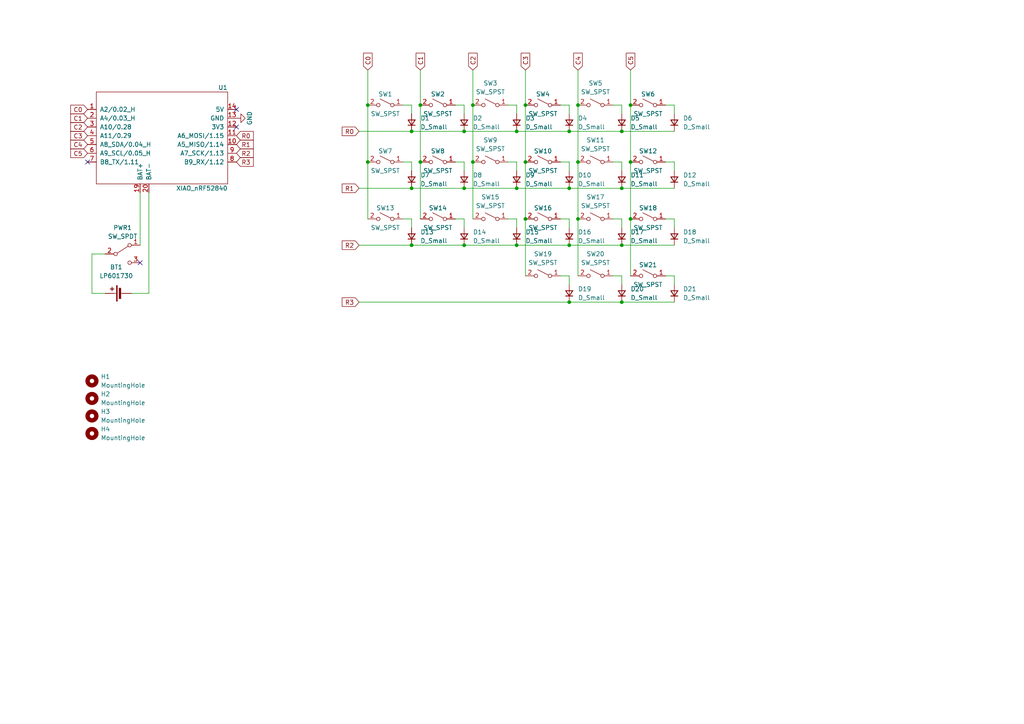
<source format=kicad_sch>
(kicad_sch (version 20231120) (generator "eeschema") (generator_version "8.0")
  (paper "A4")
  (lib_symbols
    (symbol "Device:Battery_Cell" (pin_numbers hide) (pin_names (offset 0) hide)
      (property "Reference" "BT1" (at 3.81 3.1116 0))
      (property "Value" "LP601730" (at 3.81 0.5716 0))
      (symbol "Battery_Cell_0_1"
        (rectangle (start -2.286 1.778) (end 2.286 1.524) (fill (type outline)))
        (rectangle (start -1.524 1.016) (end 1.524 0.508) (fill (type outline)))
        (polyline (pts (xy 0 0.762) (xy 0 0)))
        (polyline (pts (xy 0 1.778) (xy 0 2.54)))
        (polyline (pts (xy 0.762 3.048) (xy 1.778 3.048)) (stroke (width 0.254)))
        (polyline (pts (xy 1.27 3.556) (xy 1.27 2.54)) (stroke (width 0.254)))
      )
      (symbol "Battery_Cell_1_1"
        (pin power_out line (at 0 5.08 270) (length 2.54) (name "+") (number "1"))
        (pin power_out line (at 0 -2.54 90) (length 2.54) (name "-") (number "2"))
      )
    )
    (symbol "Two:D_Small" (pin_numbers hide) (pin_names (offset 0.254) hide)
      (property "Reference" "D" (at -1.27 2.032 0))
      (property "Value" "D_Small" (at -3.81 -2.032 0))
      (symbol "D_Small_0_1"
        (polyline (pts (xy -0.762 -1.016) (xy -0.762 1.016)) (stroke (width 0.254)))
        (polyline (pts (xy -0.762 0) (xy 0.762 0)))
        (polyline (pts (xy 0.762 -1.016) (xy -0.762 0) (xy 0.762 1.016) (xy 0.762 -1.016)) (stroke (width 0.254)))
      )
      (symbol "D_Small_1_1"
        (pin passive line (at -2.54 0 0) (length 1.778) (name "K") (number "1"))
        (pin passive line (at 2.54 0 180) (length 1.778) (name "A") (number "2"))
      )
    )
    (symbol "Two:GND" (power) (pin_names (offset 0))
      (property "Value" "GND" (at 0 -3.81 0))
      (symbol "GND_0_1"
        (polyline (pts (xy 0 0) (xy 0 -1.27) (xy 1.27 -1.27) (xy 0 -2.54) (xy -1.27 -1.27) (xy 0 -1.27)))
      )
      (symbol "GND_1_1"
        (pin power_in line (at 0 0 270) (length 0) hide (name "GND") (number "1"))
      )
    )
    (symbol "Two:MountingHole" (pin_names (offset 1.016))
      (property "Reference" "H" (at 0 5.08 0))
      (property "Value" "MountingHole" (at 0 3.175 0))
      (symbol "MountingHole_0_1"
        (circle (center 0 0) (radius 1.27) (stroke (width 1.27)))
      )
    )
    (symbol "Two:SW_SPDT" (pin_names (offset 0) hide)
      (property "Reference" "PWR" (at 0 4.318 0))
      (property "Value" "SW_SPDT" (at 0 -5.08 0))
      (symbol "SW_SPDT_0_0"
        (circle (center -2.032 0) (radius 0.508))
        (circle (center 2.032 -2.54) (radius 0.508))
      )
      (symbol "SW_SPDT_0_1"
        (polyline (pts (xy -1.524 0.254) (xy 1.651 2.286)))
        (circle (center 2.032 2.54) (radius 0.508))
      )
      (symbol "SW_SPDT_1_1"
        (pin passive line (at 5.08 2.54 180) (length 2.54) (name "A") (number "1"))
        (pin passive line (at -5.08 0 0) (length 2.54) (name "B") (number "2"))
        (pin passive line (at 5.08 -2.54 180) (length 2.54) (name "C") (number "3"))
      )
    )
    (symbol "Two:SW_SPST" (pin_names (offset 0) hide)
      (property "Reference" "SW" (at 0 3.175 0))
      (property "Value" "SW_SPST" (at 0 -2.54 0))
      (symbol "SW_SPST_0_0"
        (circle (center -2.032 0) (radius 0.508))
        (polyline (pts (xy -1.524 0.254) (xy 1.524 1.778)))
        (circle (center 2.032 0) (radius 0.508))
      )
      (symbol "SW_SPST_1_1"
        (pin passive line (at -5.08 0 0) (length 2.54) (name "A") (number "1"))
        (pin passive line (at 5.08 0 180) (length 2.54) (name "B") (number "2"))
      )
    )
    (symbol "Two:XIAO_nRF52840" (pin_names (offset 1.016))
      (property "Reference" "U" (at 19.05 13.97 0))
      (property "Value" "XIAO_nRF52840" (at 19.05 -15.24 0))
      (symbol "XIAO_nRF52840_0_1"
        (rectangle (start -19.05 12.7) (end 19.05 -13.97))
      )
      (symbol "XIAO_nRF52840_1_1"
        (pin bidirectional line (at -21.59 7.62 0) (length 2.54) (name "A2/0.02_H") (number "1"))
        (pin bidirectional line (at 21.59 -2.54 180) (length 2.54) (name "A5_MISO/1.14") (number "10"))
        (pin bidirectional line (at 21.59 0 180) (length 2.54) (name "A6_MOSI/1.15") (number "11"))
        (pin power_out line (at 21.59 2.54 180) (length 2.54) (name "3V3") (number "12"))
        (pin power_out line (at 21.59 5.08 180) (length 2.54) (name "GND") (number "13"))
        (pin power_out line (at 21.59 7.62 180) (length 2.54) (name "5V") (number "14"))
        (pin power_in line (at -6.35 -16.51 90) (length 2.54) (name "BAT+") (number "19"))
        (pin bidirectional line (at -21.59 5.08 0) (length 2.54) (name "A4/0.03_H") (number "2"))
        (pin power_in line (at -3.81 -16.51 90) (length 2.54) (name "BAT-") (number "20"))
        (pin bidirectional line (at -21.59 2.54 0) (length 2.54) (name "A10/0.28") (number "3"))
        (pin bidirectional line (at -21.59 0 0) (length 2.54) (name "A11/0.29") (number "4"))
        (pin bidirectional line (at -21.59 -2.54 0) (length 2.54) (name "A8_SDA/0.04_H") (number "5"))
        (pin bidirectional line (at -21.59 -5.08 0) (length 2.54) (name "A9_SCL/0.05_H") (number "6"))
        (pin bidirectional line (at -21.59 -7.62 0) (length 2.54) (name "B8_TX/1.11") (number "7"))
        (pin bidirectional line (at 21.59 -7.62 180) (length 2.54) (name "B9_RX/1.12") (number "8"))
        (pin bidirectional line (at 21.59 -5.08 180) (length 2.54) (name "A7_SCK/1.13") (number "9"))
      )
    )
  )
  (junction (at 165.1 38.1))
  (junction (at 137.16 46.99))
  (junction (at 134.62 54.61))
  (junction (at 152.4 30.48))
  (junction (at 180.34 38.1))
  (junction (at 165.1 54.61))
  (junction (at 165.1 87.63))
  (junction (at 167.64 63.5))
  (junction (at 152.4 46.99))
  (junction (at 180.34 71.12))
  (junction (at 134.62 71.12))
  (junction (at 106.68 30.48))
  (junction (at 137.16 30.48))
  (junction (at 119.38 71.12))
  (junction (at 134.62 38.1))
  (junction (at 119.38 54.61))
  (junction (at 149.86 71.12))
  (junction (at 149.86 54.61))
  (junction (at 121.92 46.99))
  (junction (at 182.88 63.5))
  (junction (at 180.34 87.63))
  (junction (at 121.92 30.48))
  (junction (at 182.88 30.48))
  (junction (at 182.88 46.99))
  (junction (at 165.1 71.12))
  (junction (at 167.64 46.99))
  (junction (at 119.38 38.1))
  (junction (at 106.68 46.99))
  (junction (at 149.86 38.1))
  (junction (at 180.34 54.61))
  (junction (at 152.4 63.5))
  (junction (at 167.64 30.48))
  (no_connect (at 68.58 36.83))
  (no_connect (at 40.64 76.2))
  (no_connect (at 68.58 31.75))
  (no_connect (at 25.4 46.99))
  (wire (pts (xy 152.4 20.32) (xy 152.4 30.48)))
  (wire (pts (xy 134.62 46.99) (xy 134.62 49.53)))
  (wire (pts (xy 149.86 38.1) (xy 165.1 38.1)))
  (wire (pts (xy 116.84 63.5) (xy 119.38 63.5)))
  (wire (pts (xy 180.34 87.63) (xy 195.58 87.63)))
  (wire (pts (xy 165.1 54.61) (xy 180.34 54.61)))
  (wire (pts (xy 149.86 46.99) (xy 149.86 49.53)))
  (wire (pts (xy 193.04 30.48) (xy 195.58 30.48)))
  (wire (pts (xy 167.64 30.48) (xy 167.64 46.99)))
  (wire (pts (xy 195.58 80.01) (xy 195.58 82.55)))
  (wire (pts (xy 149.86 71.12) (xy 165.1 71.12)))
  (wire (pts (xy 165.1 87.63) (xy 180.34 87.63)))
  (wire (pts (xy 40.64 55.88) (xy 40.64 71.12)))
  (wire (pts (xy 177.8 63.5) (xy 180.34 63.5)))
  (wire (pts (xy 180.34 63.5) (xy 180.34 66.04)))
  (wire (pts (xy 119.38 38.1) (xy 134.62 38.1)))
  (wire (pts (xy 180.34 71.12) (xy 195.58 71.12)))
  (wire (pts (xy 167.64 20.32) (xy 167.64 30.48)))
  (wire (pts (xy 182.88 46.99) (xy 182.88 63.5)))
  (wire (pts (xy 180.34 80.01) (xy 180.34 82.55)))
  (wire (pts (xy 121.92 20.32) (xy 121.92 30.48)))
  (wire (pts (xy 152.4 46.99) (xy 152.4 63.5)))
  (wire (pts (xy 119.38 30.48) (xy 119.38 33.02)))
  (wire (pts (xy 119.38 46.99) (xy 119.38 49.53)))
  (wire (pts (xy 104.14 71.12) (xy 119.38 71.12)))
  (wire (pts (xy 180.34 30.48) (xy 180.34 33.02)))
  (wire (pts (xy 177.8 30.48) (xy 180.34 30.48)))
  (wire (pts (xy 104.14 54.61) (xy 119.38 54.61)))
  (wire (pts (xy 193.04 80.01) (xy 195.58 80.01)))
  (wire (pts (xy 195.58 63.5) (xy 195.58 66.04)))
  (wire (pts (xy 137.16 46.99) (xy 137.16 63.5)))
  (wire (pts (xy 119.38 63.5) (xy 119.38 66.04)))
  (wire (pts (xy 152.4 63.5) (xy 152.4 80.01)))
  (wire (pts (xy 182.88 63.5) (xy 182.88 80.01)))
  (wire (pts (xy 162.56 80.01) (xy 165.1 80.01)))
  (wire (pts (xy 43.18 55.88) (xy 43.18 85.09)))
  (wire (pts (xy 165.1 63.5) (xy 165.1 66.04)))
  (wire (pts (xy 134.62 30.48) (xy 134.62 33.02)))
  (wire (pts (xy 167.64 63.5) (xy 167.64 80.01)))
  (wire (pts (xy 152.4 30.48) (xy 152.4 46.99)))
  (wire (pts (xy 116.84 30.48) (xy 119.38 30.48)))
  (wire (pts (xy 134.62 38.1) (xy 149.86 38.1)))
  (wire (pts (xy 121.92 46.99) (xy 121.92 63.5)))
  (wire (pts (xy 104.14 87.63) (xy 165.1 87.63)))
  (wire (pts (xy 147.32 63.5) (xy 149.86 63.5)))
  (wire (pts (xy 195.58 46.99) (xy 195.58 49.53)))
  (wire (pts (xy 43.18 85.09) (xy 38.1 85.09)))
  (wire (pts (xy 167.64 46.99) (xy 167.64 63.5)))
  (wire (pts (xy 165.1 46.99) (xy 165.1 49.53)))
  (wire (pts (xy 134.62 54.61) (xy 149.86 54.61)))
  (wire (pts (xy 104.14 38.1) (xy 119.38 38.1)))
  (wire (pts (xy 119.38 71.12) (xy 134.62 71.12)))
  (wire (pts (xy 193.04 63.5) (xy 195.58 63.5)))
  (wire (pts (xy 162.56 46.99) (xy 165.1 46.99)))
  (wire (pts (xy 165.1 71.12) (xy 180.34 71.12)))
  (wire (pts (xy 180.34 46.99) (xy 180.34 49.53)))
  (wire (pts (xy 30.48 73.66) (xy 26.67 73.66)))
  (wire (pts (xy 132.08 46.99) (xy 134.62 46.99)))
  (wire (pts (xy 134.62 71.12) (xy 149.86 71.12)))
  (wire (pts (xy 121.92 30.48) (xy 121.92 46.99)))
  (wire (pts (xy 149.86 54.61) (xy 165.1 54.61)))
  (wire (pts (xy 182.88 20.32) (xy 182.88 30.48)))
  (wire (pts (xy 119.38 54.61) (xy 134.62 54.61)))
  (wire (pts (xy 106.68 46.99) (xy 106.68 63.5)))
  (wire (pts (xy 193.04 46.99) (xy 195.58 46.99)))
  (wire (pts (xy 132.08 63.5) (xy 134.62 63.5)))
  (wire (pts (xy 147.32 30.48) (xy 149.86 30.48)))
  (wire (pts (xy 149.86 63.5) (xy 149.86 66.04)))
  (wire (pts (xy 177.8 80.01) (xy 180.34 80.01)))
  (wire (pts (xy 149.86 30.48) (xy 149.86 33.02)))
  (wire (pts (xy 162.56 63.5) (xy 165.1 63.5)))
  (wire (pts (xy 137.16 20.32) (xy 137.16 30.48)))
  (wire (pts (xy 134.62 63.5) (xy 134.62 66.04)))
  (wire (pts (xy 106.68 30.48) (xy 106.68 46.99)))
  (wire (pts (xy 177.8 46.99) (xy 180.34 46.99)))
  (wire (pts (xy 132.08 30.48) (xy 134.62 30.48)))
  (wire (pts (xy 26.67 85.09) (xy 30.48 85.09)))
  (wire (pts (xy 165.1 80.01) (xy 165.1 82.55)))
  (wire (pts (xy 165.1 38.1) (xy 180.34 38.1)))
  (wire (pts (xy 116.84 46.99) (xy 119.38 46.99)))
  (wire (pts (xy 162.56 30.48) (xy 165.1 30.48)))
  (wire (pts (xy 180.34 54.61) (xy 195.58 54.61)))
  (wire (pts (xy 195.58 30.48) (xy 195.58 33.02)))
  (wire (pts (xy 147.32 46.99) (xy 149.86 46.99)))
  (wire (pts (xy 180.34 38.1) (xy 195.58 38.1)))
  (wire (pts (xy 106.68 20.32) (xy 106.68 30.48)))
  (wire (pts (xy 26.67 73.66) (xy 26.67 85.09)))
  (wire (pts (xy 137.16 30.48) (xy 137.16 46.99)))
  (wire (pts (xy 182.88 30.48) (xy 182.88 46.99)))
  (wire (pts (xy 165.1 30.48) (xy 165.1 33.02)))
  (global_label "R2" (shape input) (at 68.58 44.45 0) (property "Intersheetrefs" "${INTERSHEET_REFS}" (effects (hide yes))))
  (global_label "R2" (shape input) (at 104.14 71.12 180) (property "Intersheetrefs" "${INTERSHEET_REFS}" (effects (hide yes))))
  (global_label "C3" (shape input) (at 25.4 39.37 180) (property "Intersheetrefs" "${INTERSHEET_REFS}" (effects (hide yes))))
  (global_label "C4" (shape input) (at 25.4 41.91 180) (property "Intersheetrefs" "${INTERSHEET_REFS}" (effects (hide yes))))
  (global_label "C5" (shape input) (at 182.88 20.32 90) (property "Intersheetrefs" "${INTERSHEET_REFS}" (effects (hide yes))))
  (global_label "C0" (shape input) (at 106.68 20.32 90) (property "Intersheetrefs" "${INTERSHEET_REFS}" (effects (hide yes))))
  (global_label "R0" (shape input) (at 104.14 38.1 180) (property "Intersheetrefs" "${INTERSHEET_REFS}" (effects (hide yes))))
  (global_label "C4" (shape input) (at 167.64 20.32 90) (property "Intersheetrefs" "${INTERSHEET_REFS}" (effects (hide yes))))
  (global_label "R1" (shape input) (at 68.58 41.91 0) (property "Intersheetrefs" "${INTERSHEET_REFS}" (effects (hide yes))))
  (global_label "R1" (shape input) (at 104.14 54.61 180) (property "Intersheetrefs" "${INTERSHEET_REFS}" (effects (hide yes))))
  (global_label "R3" (shape input) (at 104.14 87.63 180) (property "Intersheetrefs" "${INTERSHEET_REFS}" (effects (hide yes))))
  (global_label "C2" (shape input) (at 25.4 36.83 180) (property "Intersheetrefs" "${INTERSHEET_REFS}" (effects (hide yes))))
  (global_label "C1" (shape input) (at 121.92 20.32 90) (property "Intersheetrefs" "${INTERSHEET_REFS}" (effects (hide yes))))
  (global_label "C2" (shape input) (at 137.16 20.32 90) (property "Intersheetrefs" "${INTERSHEET_REFS}" (effects (hide yes))))
  (global_label "R0" (shape input) (at 68.58 39.37 0) (property "Intersheetrefs" "${INTERSHEET_REFS}" (effects (hide yes))))
  (global_label "C0" (shape input) (at 25.4 31.75 180) (property "Intersheetrefs" "${INTERSHEET_REFS}" (effects (hide yes))))
  (global_label "C1" (shape input) (at 25.4 34.29 180) (property "Intersheetrefs" "${INTERSHEET_REFS}" (effects (hide yes))))
  (global_label "C5" (shape input) (at 25.4 44.45 180) (property "Intersheetrefs" "${INTERSHEET_REFS}" (effects (hide yes))))
  (global_label "R3" (shape input) (at 68.58 46.99 0) (property "Intersheetrefs" "${INTERSHEET_REFS}" (effects (hide yes))))
  (global_label "C3" (shape input) (at 152.4 20.32 90) (property "Intersheetrefs" "${INTERSHEET_REFS}" (effects (hide yes))))
  (symbol (lib_id "Two:SW_SPST") (at 172.72 63.5 0) (mirror y) (unit 1)
    (property "Reference" "SW17" (at 172.72 57.15 0))
    (property "Value" "SW_SPST" (at 172.72 59.69 0))
    (property "Footprint" "Two:KS-27_KS-33_Hotswap_1U_DUAL" (effects (hide yes)))
    (property "Description" "Single Pole Single Throw (SPST) switch" (effects (hide yes)))
  )
  (symbol (lib_id "Two:MountingHole") (at 26.67 125.73 0) (unit 1)
    (property "Reference" "H4" (at 29.21 124.4599 0) (effects (justify left)))
    (property "Value" "MountingHole" (at 29.21 126.9999 0) (effects (justify left)))
    (property "Footprint" "Two:Hole_5.7mm" (effects (hide yes)))
    (property "Description" "Mounting Hole without connection" (effects (hide yes)))
  )
  (symbol (lib_id "Two:D_Small") (at 195.58 68.58 90) (unit 1)
    (property "Reference" "D18" (at 198.12 67.3099 90) (effects (justify right)))
    (property "Value" "D_Small" (at 198.12 69.8499 90) (effects (justify right)))
    (property "Footprint" "Two:Diode_TH_SMD_DUAL" (effects (hide yes)))
    (property "Description" "Diode, small symbol" (effects (hide yes)))
    (property "Sim.Device" "D" (effects (hide yes)))
    (property "Sim.Pins" "1=K 2=A" (effects (hide yes)))
  )
  (symbol (lib_id "Two:SW_SPST") (at 142.24 63.5 0) (mirror y) (unit 1)
    (property "Reference" "SW15" (at 142.24 57.15 0))
    (property "Value" "SW_SPST" (at 142.24 59.69 0))
    (property "Footprint" "Two:KS-27_KS-33_Hotswap_1U_DUAL" (effects (hide yes)))
    (property "Description" "Single Pole Single Throw (SPST) switch" (effects (hide yes)))
  )
  (symbol (lib_id "Two:D_Small") (at 134.62 35.56 90) (unit 1)
    (property "Reference" "D2" (at 137.16 34.2899 90) (effects (justify right)))
    (property "Value" "D_Small" (at 137.16 36.8299 90) (effects (justify right)))
    (property "Footprint" "Two:Diode_TH_SMD_DUAL" (effects (hide yes)))
    (property "Description" "Diode, small symbol" (effects (hide yes)))
    (property "Sim.Device" "D" (effects (hide yes)))
    (property "Sim.Pins" "1=K 2=A" (effects (hide yes)))
  )
  (symbol (lib_id "Two:SW_SPST") (at 142.24 46.99 0) (mirror y) (unit 1)
    (property "Reference" "SW9" (at 142.24 40.64 0))
    (property "Value" "SW_SPST" (at 142.24 43.18 0))
    (property "Footprint" "Two:KS-27_KS-33_Hotswap_1U_DUAL" (effects (hide yes)))
    (property "Description" "Single Pole Single Throw (SPST) switch" (effects (hide yes)))
  )
  (symbol (lib_id "Two:D_Small") (at 165.1 85.09 90) (unit 1)
    (property "Reference" "D19" (at 167.64 83.8199 90) (effects (justify right)))
    (property "Value" "D_Small" (at 167.64 86.3599 90) (effects (justify right)))
    (property "Footprint" "Two:Diode_TH_SMD_DUAL" (effects (hide yes)))
    (property "Description" "Diode, small symbol" (effects (hide yes)))
    (property "Sim.Device" "D" (effects (hide yes)))
    (property "Sim.Pins" "1=K 2=A" (effects (hide yes)))
  )
  (symbol (lib_id "Two:SW_SPDT") (at 35.56 73.66 0) (unit 1)
    (property "Reference" "PWR1" (at 35.56 66.04 0))
    (property "Value" "SW_SPDT" (at 35.56 68.58 0))
    (property "Footprint" "Two:MSK-12C02_DUAL" (effects (hide yes)))
    (property "Description" "Switch, single pole double throw" (effects (hide yes)))
  )
  (symbol (lib_id "Two:D_Small") (at 149.86 35.56 90) (unit 1)
    (property "Reference" "D3" (at 152.4 34.2899 90) (effects (justify right)))
    (property "Value" "D_Small" (at 152.4 36.8299 90) (effects (justify right)))
    (property "Footprint" "Two:Diode_TH_SMD_DUAL" (effects (hide yes)))
    (property "Description" "Diode, small symbol" (effects (hide yes)))
    (property "Sim.Device" "D" (effects (hide yes)))
    (property "Sim.Pins" "1=K 2=A" (effects (hide yes)))
  )
  (symbol (lib_id "Two:SW_SPST") (at 187.96 63.5 0) (mirror y) (unit 1)
    (property "Reference" "SW18" (at 187.96 60.325 0))
    (property "Value" "SW_SPST" (at 187.96 66.04 0))
    (property "Footprint" "Two:KS-27_KS-33_Hotswap_1U_DUAL" (effects (hide yes)))
    (property "Description" "Single Pole Single Throw (SPST) switch" (effects (hide yes)))
  )
  (symbol (lib_id "Two:SW_SPST") (at 127 30.48 0) (mirror y) (unit 1)
    (property "Reference" "SW2" (at 127 27.305 0))
    (property "Value" "SW_SPST" (at 127 33.02 0))
    (property "Footprint" "Two:KS-27_KS-33_Hotswap_1U_DUAL" (effects (hide yes)))
    (property "Description" "Single Pole Single Throw (SPST) switch" (effects (hide yes)))
  )
  (symbol (lib_id "Two:D_Small") (at 119.38 68.58 90) (unit 1)
    (property "Reference" "D13" (at 121.92 67.3099 90) (effects (justify right)))
    (property "Value" "D_Small" (at 121.92 69.8499 90) (effects (justify right)))
    (property "Footprint" "Two:Diode_TH_SMD_DUAL" (effects (hide yes)))
    (property "Description" "Diode, small symbol" (effects (hide yes)))
    (property "Sim.Device" "D" (effects (hide yes)))
    (property "Sim.Pins" "1=K 2=A" (effects (hide yes)))
  )
  (symbol (lib_id "Two:SW_SPST") (at 187.96 80.01 0) (mirror y) (unit 1)
    (property "Reference" "SW21" (at 187.96 76.835 0))
    (property "Value" "SW_SPST" (at 187.96 82.55 0))
    (property "Footprint" "Two:KS-27_KS-33_Hotswap_1U_DUAL" (effects (hide yes)))
    (property "Description" "Single Pole Single Throw (SPST) switch" (effects (hide yes)))
  )
  (symbol (lib_id "Two:SW_SPST") (at 187.96 46.99 0) (mirror y) (unit 1)
    (property "Reference" "SW12" (at 187.96 43.815 0))
    (property "Value" "SW_SPST" (at 187.96 49.53 0))
    (property "Footprint" "Two:KS-27_KS-33_Hotswap_1U_DUAL" (effects (hide yes)))
    (property "Description" "Single Pole Single Throw (SPST) switch" (effects (hide yes)))
  )
  (symbol (lib_id "Two:D_Small") (at 195.58 35.56 90) (unit 1)
    (property "Reference" "D6" (at 198.12 34.2899 90) (effects (justify right)))
    (property "Value" "D_Small" (at 198.12 36.8299 90) (effects (justify right)))
    (property "Footprint" "Two:Diode_TH_SMD_DUAL" (effects (hide yes)))
    (property "Description" "Diode, small symbol" (effects (hide yes)))
    (property "Sim.Device" "D" (effects (hide yes)))
    (property "Sim.Pins" "1=K 2=A" (effects (hide yes)))
  )
  (symbol (lib_id "Two:SW_SPST") (at 127 63.5 0) (mirror y) (unit 1)
    (property "Reference" "SW14" (at 127 60.325 0))
    (property "Value" "SW_SPST" (at 127 66.04 0))
    (property "Footprint" "Two:KS-27_KS-33_Hotswap_1U_DUAL" (effects (hide yes)))
    (property "Description" "Single Pole Single Throw (SPST) switch" (effects (hide yes)))
  )
  (symbol (lib_id "Two:SW_SPST") (at 142.24 30.48 0) (mirror y) (unit 1)
    (property "Reference" "SW3" (at 142.24 24.13 0))
    (property "Value" "SW_SPST" (at 142.24 26.67 0))
    (property "Footprint" "Two:KS-27_KS-33_Hotswap_1U_DUAL" (effects (hide yes)))
    (property "Description" "Single Pole Single Throw (SPST) switch" (effects (hide yes)))
  )
  (symbol (lib_id "Two:D_Small") (at 119.38 35.56 90) (unit 1)
    (property "Reference" "D1" (at 121.92 34.2899 90) (effects (justify right)))
    (property "Value" "D_Small" (at 121.92 36.8299 90) (effects (justify right)))
    (property "Footprint" "Two:Diode_TH_SMD_DUAL" (effects (hide yes)))
    (property "Description" "Diode, small symbol" (effects (hide yes)))
    (property "Sim.Device" "D" (effects (hide yes)))
    (property "Sim.Pins" "1=K 2=A" (effects (hide yes)))
  )
  (symbol (lib_id "Two:D_Small") (at 165.1 35.56 90) (unit 1)
    (property "Reference" "D4" (at 167.64 34.2899 90) (effects (justify right)))
    (property "Value" "D_Small" (at 167.64 36.8299 90) (effects (justify right)))
    (property "Footprint" "Two:Diode_TH_SMD_DUAL" (effects (hide yes)))
    (property "Description" "Diode, small symbol" (effects (hide yes)))
    (property "Sim.Device" "D" (effects (hide yes)))
    (property "Sim.Pins" "1=K 2=A" (effects (hide yes)))
  )
  (symbol (lib_id "Two:D_Small") (at 180.34 52.07 90) (unit 1)
    (property "Reference" "D11" (at 182.88 50.7999 90) (effects (justify right)))
    (property "Value" "D_Small" (at 182.88 53.3399 90) (effects (justify right)))
    (property "Footprint" "Two:Diode_TH_SMD_DUAL" (effects (hide yes)))
    (property "Description" "Diode, small symbol" (effects (hide yes)))
    (property "Sim.Device" "D" (effects (hide yes)))
    (property "Sim.Pins" "1=K 2=A" (effects (hide yes)))
  )
  (symbol (lib_id "Two:MountingHole") (at 26.67 115.57 0) (unit 1)
    (property "Reference" "H2" (at 29.21 114.2999 0) (effects (justify left)))
    (property "Value" "MountingHole" (at 29.21 116.8399 0) (effects (justify left)))
    (property "Footprint" "Two:Hole_5.7mm" (effects (hide yes)))
    (property "Description" "Mounting Hole without connection" (effects (hide yes)))
  )
  (symbol (lib_id "Two:D_Small") (at 119.38 52.07 90) (unit 1)
    (property "Reference" "D7" (at 121.92 50.7999 90) (effects (justify right)))
    (property "Value" "D_Small" (at 121.92 53.3399 90) (effects (justify right)))
    (property "Footprint" "Two:Diode_TH_SMD_DUAL" (effects (hide yes)))
    (property "Description" "Diode, small symbol" (effects (hide yes)))
    (property "Sim.Device" "D" (effects (hide yes)))
    (property "Sim.Pins" "1=K 2=A" (effects (hide yes)))
  )
  (symbol (lib_id "Two:SW_SPST") (at 111.76 30.48 0) (mirror y) (unit 1)
    (property "Reference" "SW1" (at 111.76 27.305 0))
    (property "Value" "SW_SPST" (at 111.76 33.02 0))
    (property "Footprint" "Two:KS-27_KS-33_Hotswap_1U_DUAL" (effects (hide yes)))
    (property "Description" "Single Pole Single Throw (SPST) switch" (effects (hide yes)))
  )
  (symbol (lib_id "Two:D_Small") (at 149.86 52.07 90) (unit 1)
    (property "Reference" "D9" (at 152.4 50.7999 90) (effects (justify right)))
    (property "Value" "D_Small" (at 152.4 53.3399 90) (effects (justify right)))
    (property "Footprint" "Two:Diode_TH_SMD_DUAL" (effects (hide yes)))
    (property "Description" "Diode, small symbol" (effects (hide yes)))
    (property "Sim.Device" "D" (effects (hide yes)))
    (property "Sim.Pins" "1=K 2=A" (effects (hide yes)))
  )
  (symbol (lib_id "Two:GND") (at 68.58 34.29 90) (unit 1)
    (property "Reference" "#PWR03" (effects (hide yes)))
    (property "Value" "GND" (at 72.39 34.29 0))
    (property "Description" "Power symbol creates a global label with name \"GND\" , ground" (effects (hide yes)))
  )
  (symbol (lib_id "Two:D_Small") (at 165.1 68.58 90) (unit 1)
    (property "Reference" "D16" (at 167.64 67.3099 90) (effects (justify right)))
    (property "Value" "D_Small" (at 167.64 69.8499 90) (effects (justify right)))
    (property "Footprint" "Two:Diode_TH_SMD_DUAL" (effects (hide yes)))
    (property "Description" "Diode, small symbol" (effects (hide yes)))
    (property "Sim.Device" "D" (effects (hide yes)))
    (property "Sim.Pins" "1=K 2=A" (effects (hide yes)))
  )
  (symbol (lib_id "Two:XIAO_nRF52840") (at 46.99 39.37 0) (unit 1)
    (property "Reference" "U1" (at 66.04 25.4 0) (effects (justify right)))
    (property "Value" "XIAO_nRF52840" (at 66.04 54.61 0) (effects (justify right)))
    (property "Footprint" "Two:XIAO_nRF52840_DUAL_WINDOW" (effects (hide yes)))
  )
  (symbol (lib_id "Two:MountingHole") (at 26.67 120.65 0) (unit 1)
    (property "Reference" "H3" (at 29.21 119.3799 0) (effects (justify left)))
    (property "Value" "MountingHole" (at 29.21 121.9199 0) (effects (justify left)))
    (property "Footprint" "Two:Hole_5.7mm" (effects (hide yes)))
    (property "Description" "Mounting Hole without connection" (effects (hide yes)))
  )
  (symbol (lib_id "Two:SW_SPST") (at 187.96 30.48 0) (mirror y) (unit 1)
    (property "Reference" "SW6" (at 187.96 27.305 0))
    (property "Value" "SW_SPST" (at 187.96 33.02 0))
    (property "Footprint" "Two:KS-27_KS-33_Hotswap_1U_DUAL" (effects (hide yes)))
    (property "Description" "Single Pole Single Throw (SPST) switch" (effects (hide yes)))
  )
  (symbol (lib_id "Two:SW_SPST") (at 172.72 46.99 0) (mirror y) (unit 1)
    (property "Reference" "SW11" (at 172.72 40.64 0))
    (property "Value" "SW_SPST" (at 172.72 43.18 0))
    (property "Footprint" "Two:KS-27_KS-33_Hotswap_1U_DUAL" (effects (hide yes)))
    (property "Description" "Single Pole Single Throw (SPST) switch" (effects (hide yes)))
  )
  (symbol (lib_id "Two:SW_SPST") (at 157.48 63.5 0) (mirror y) (unit 1)
    (property "Reference" "SW16" (at 157.48 60.325 0))
    (property "Value" "SW_SPST" (at 157.48 66.04 0))
    (property "Footprint" "Two:KS-27_KS-33_Hotswap_1U_DUAL" (effects (hide yes)))
    (property "Description" "Single Pole Single Throw (SPST) switch" (effects (hide yes)))
  )
  (symbol (lib_id "Two:D_Small") (at 195.58 85.09 90) (unit 1)
    (property "Reference" "D21" (at 198.12 83.8199 90) (effects (justify right)))
    (property "Value" "D_Small" (at 198.12 86.3599 90) (effects (justify right)))
    (property "Footprint" "Two:Diode_TH_SMD_DUAL" (effects (hide yes)))
    (property "Description" "Diode, small symbol" (effects (hide yes)))
    (property "Sim.Device" "D" (effects (hide yes)))
    (property "Sim.Pins" "1=K 2=A" (effects (hide yes)))
  )
  (symbol (lib_id "Two:D_Small") (at 134.62 52.07 90) (unit 1)
    (property "Reference" "D8" (at 137.16 50.7999 90) (effects (justify right)))
    (property "Value" "D_Small" (at 137.16 53.3399 90) (effects (justify right)))
    (property "Footprint" "Two:Diode_TH_SMD_DUAL" (effects (hide yes)))
    (property "Description" "Diode, small symbol" (effects (hide yes)))
    (property "Sim.Device" "D" (effects (hide yes)))
    (property "Sim.Pins" "1=K 2=A" (effects (hide yes)))
  )
  (symbol (lib_id "Two:SW_SPST") (at 111.76 46.99 0) (mirror y) (unit 1)
    (property "Reference" "SW7" (at 111.76 43.815 0))
    (property "Value" "SW_SPST" (at 111.76 49.53 0))
    (property "Footprint" "Two:KS-27_KS-33_Hotswap_1U_DUAL" (effects (hide yes)))
    (property "Description" "Single Pole Single Throw (SPST) switch" (effects (hide yes)))
  )
  (symbol (lib_id "Two:SW_SPST") (at 157.48 30.48 0) (mirror y) (unit 1)
    (property "Reference" "SW4" (at 157.48 27.305 0))
    (property "Value" "SW_SPST" (at 157.48 33.02 0))
    (property "Footprint" "Two:KS-27_KS-33_Hotswap_1U_DUAL" (effects (hide yes)))
    (property "Description" "Single Pole Single Throw (SPST) switch" (effects (hide yes)))
  )
  (symbol (lib_id "Two:D_Small") (at 180.34 68.58 90) (unit 1)
    (property "Reference" "D17" (at 182.88 67.3099 90) (effects (justify right)))
    (property "Value" "D_Small" (at 182.88 69.8499 90) (effects (justify right)))
    (property "Footprint" "Two:Diode_TH_SMD_DUAL" (effects (hide yes)))
    (property "Description" "Diode, small symbol" (effects (hide yes)))
    (property "Sim.Device" "D" (effects (hide yes)))
    (property "Sim.Pins" "1=K 2=A" (effects (hide yes)))
  )
  (symbol (lib_id "Two:SW_SPST") (at 127 46.99 0) (mirror y) (unit 1)
    (property "Reference" "SW8" (at 127 43.815 0))
    (property "Value" "SW_SPST" (at 127 49.53 0))
    (property "Footprint" "Two:KS-27_KS-33_Hotswap_1U_DUAL" (effects (hide yes)))
    (property "Description" "Single Pole Single Throw (SPST) switch" (effects (hide yes)))
  )
  (symbol (lib_id "Two:SW_SPST") (at 157.48 80.01 0) (mirror y) (unit 1)
    (property "Reference" "SW19" (at 157.48 73.66 0))
    (property "Value" "SW_SPST" (at 157.48 76.2 0))
    (property "Footprint" "Two:KS-27_KS-33_Hotswap_1U_DUAL" (effects (hide yes)))
    (property "Description" "Single Pole Single Throw (SPST) switch" (effects (hide yes)))
  )
  (symbol (lib_id "Two:D_Small") (at 195.58 52.07 90) (unit 1)
    (property "Reference" "D12" (at 198.12 50.7999 90) (effects (justify right)))
    (property "Value" "D_Small" (at 198.12 53.3399 90) (effects (justify right)))
    (property "Footprint" "Two:Diode_TH_SMD_DUAL" (effects (hide yes)))
    (property "Description" "Diode, small symbol" (effects (hide yes)))
    (property "Sim.Device" "D" (effects (hide yes)))
    (property "Sim.Pins" "1=K 2=A" (effects (hide yes)))
  )
  (symbol (lib_id "Device:Battery_Cell") (at 35.56 85.09 90) (unit 1)
    (property "Reference" "BT1" (at 33.7185 77.47 90))
    (property "Value" "LP601730" (at 33.7185 80.01 90))
    (property "Footprint" "Two:lp601730" (effects (hide yes)))
    (property "Description" "Single-cell battery" (effects (hide yes)))
  )
  (symbol (lib_id "Two:SW_SPST") (at 111.76 63.5 0) (mirror y) (unit 1)
    (property "Reference" "SW13" (at 111.76 60.325 0))
    (property "Value" "SW_SPST" (at 111.76 66.04 0))
    (property "Footprint" "Two:KS-27_KS-33_Hotswap_1U_DUAL" (effects (hide yes)))
    (property "Description" "Single Pole Single Throw (SPST) switch" (effects (hide yes)))
  )
  (symbol (lib_id "Two:D_Small") (at 149.86 68.58 90) (unit 1)
    (property "Reference" "D15" (at 152.4 67.3099 90) (effects (justify right)))
    (property "Value" "D_Small" (at 152.4 69.8499 90) (effects (justify right)))
    (property "Footprint" "Two:Diode_TH_SMD_DUAL" (effects (hide yes)))
    (property "Description" "Diode, small symbol" (effects (hide yes)))
    (property "Sim.Device" "D" (effects (hide yes)))
    (property "Sim.Pins" "1=K 2=A" (effects (hide yes)))
  )
  (symbol (lib_id "Two:SW_SPST") (at 157.48 46.99 0) (mirror y) (unit 1)
    (property "Reference" "SW10" (at 157.48 43.815 0))
    (property "Value" "SW_SPST" (at 157.48 49.53 0))
    (property "Footprint" "Two:KS-27_KS-33_Hotswap_1U_DUAL" (effects (hide yes)))
    (property "Description" "Single Pole Single Throw (SPST) switch" (effects (hide yes)))
  )
  (symbol (lib_id "Two:D_Small") (at 180.34 85.09 90) (unit 1)
    (property "Reference" "D20" (at 182.88 83.8199 90) (effects (justify right)))
    (property "Value" "D_Small" (at 182.88 86.3599 90) (effects (justify right)))
    (property "Footprint" "Two:Diode_TH_SMD_DUAL" (effects (hide yes)))
    (property "Description" "Diode, small symbol" (effects (hide yes)))
    (property "Sim.Device" "D" (effects (hide yes)))
    (property "Sim.Pins" "1=K 2=A" (effects (hide yes)))
  )
  (symbol (lib_id "Two:SW_SPST") (at 172.72 80.01 0) (mirror y) (unit 1)
    (property "Reference" "SW20" (at 172.72 73.66 0))
    (property "Value" "SW_SPST" (at 172.72 76.2 0))
    (property "Footprint" "Two:KS-27_KS-33_Hotswap_1U_DUAL" (effects (hide yes)))
    (property "Description" "Single Pole Single Throw (SPST) switch" (effects (hide yes)))
  )
  (symbol (lib_id "Two:MountingHole") (at 26.67 110.49 0) (unit 1)
    (property "Reference" "H1" (at 29.21 109.2199 0) (effects (justify left)))
    (property "Value" "MountingHole" (at 29.21 111.7599 0) (effects (justify left)))
    (property "Footprint" "Two:Hole_5.7mm" (effects (hide yes)))
    (property "Description" "Mounting Hole without connection" (effects (hide yes)))
  )
  (symbol (lib_id "Two:SW_SPST") (at 172.72 30.48 0) (mirror y) (unit 1)
    (property "Reference" "SW5" (at 172.72 24.13 0))
    (property "Value" "SW_SPST" (at 172.72 26.67 0))
    (property "Footprint" "Two:KS-27_KS-33_Hotswap_1U_DUAL" (effects (hide yes)))
    (property "Description" "Single Pole Single Throw (SPST) switch" (effects (hide yes)))
  )
  (symbol (lib_id "Two:D_Small") (at 165.1 52.07 90) (unit 1)
    (property "Reference" "D10" (at 167.64 50.7999 90) (effects (justify right)))
    (property "Value" "D_Small" (at 167.64 53.3399 90) (effects (justify right)))
    (property "Footprint" "Two:Diode_TH_SMD_DUAL" (effects (hide yes)))
    (property "Description" "Diode, small symbol" (effects (hide yes)))
    (property "Sim.Device" "D" (effects (hide yes)))
    (property "Sim.Pins" "1=K 2=A" (effects (hide yes)))
  )
  (symbol (lib_id "Two:D_Small") (at 180.34 35.56 90) (unit 1)
    (property "Reference" "D5" (at 182.88 34.2899 90) (effects (justify right)))
    (property "Value" "D_Small" (at 182.88 36.8299 90) (effects (justify right)))
    (property "Footprint" "Two:Diode_TH_SMD_DUAL" (effects (hide yes)))
    (property "Description" "Diode, small symbol" (effects (hide yes)))
    (property "Sim.Device" "D" (effects (hide yes)))
    (property "Sim.Pins" "1=K 2=A" (effects (hide yes)))
  )
  (symbol (lib_id "Two:D_Small") (at 134.62 68.58 90) (unit 1)
    (property "Reference" "D14" (at 137.16 67.3099 90) (effects (justify right)))
    (property "Value" "D_Small" (at 137.16 69.8499 90) (effects (justify right)))
    (property "Footprint" "Two:Diode_TH_SMD_DUAL" (effects (hide yes)))
    (property "Description" "Diode, small symbol" (effects (hide yes)))
    (property "Sim.Device" "D" (effects (hide yes)))
    (property "Sim.Pins" "1=K 2=A" (effects (hide yes)))
  )
)
</source>
